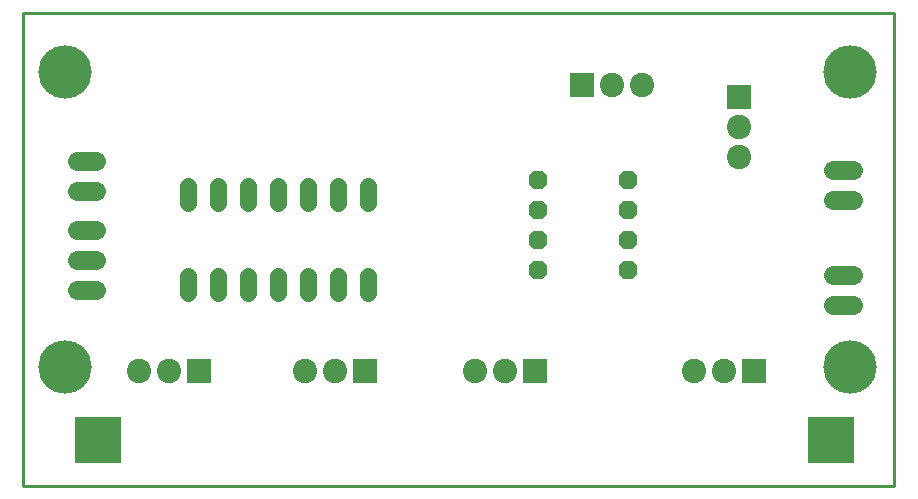
<source format=gtl>
G04 EAGLE Gerber RS-274X export*
G75*
%MOMM*%
%FSLAX34Y34*%
%LPD*%
%INTop Copper*%
%IPPOS*%
%AMOC8*
5,1,8,0,0,1.08239X$1,22.5*%
G01*
%ADD10C,1.422400*%
%ADD11P,1.732040X8X112.500000*%
%ADD12C,1.625600*%
%ADD13C,2.057400*%
%ADD14R,2.057400X2.057400*%
%ADD15R,4.016000X4.016000*%
%ADD16C,4.516000*%
%ADD17C,0.254000*%


D10*
X139740Y163268D02*
X139740Y177492D01*
X165140Y177492D02*
X165140Y163268D01*
X292140Y163268D02*
X292140Y177492D01*
X292140Y239468D02*
X292140Y253692D01*
X190540Y177492D02*
X190540Y163268D01*
X215940Y163268D02*
X215940Y177492D01*
X266740Y177492D02*
X266740Y163268D01*
X241340Y163268D02*
X241340Y177492D01*
X266740Y239468D02*
X266740Y253692D01*
X241340Y253692D02*
X241340Y239468D01*
X215940Y239468D02*
X215940Y253692D01*
X190540Y253692D02*
X190540Y239468D01*
X165140Y239468D02*
X165140Y253692D01*
X139740Y253692D02*
X139740Y239468D01*
D11*
X512180Y182510D03*
X512180Y207910D03*
X435980Y258710D03*
X435980Y233310D03*
X512180Y233310D03*
X512180Y258710D03*
X435980Y207910D03*
X435980Y182510D03*
D12*
X61668Y165300D02*
X45412Y165300D01*
X45412Y190700D02*
X61668Y190700D01*
X61668Y216100D02*
X45412Y216100D01*
D13*
X98100Y96720D03*
X123500Y96720D03*
D14*
X148900Y96720D03*
D13*
X382100Y96720D03*
X407500Y96720D03*
D14*
X432900Y96720D03*
D13*
X238100Y96720D03*
X263500Y96720D03*
D14*
X288900Y96720D03*
D13*
X568100Y96720D03*
X593500Y96720D03*
D14*
X618900Y96720D03*
D12*
X61668Y274520D02*
X45412Y274520D01*
X45412Y249120D02*
X61668Y249120D01*
X685872Y267450D02*
X702128Y267450D01*
X702128Y242050D02*
X685872Y242050D01*
X685872Y152790D02*
X702128Y152790D01*
X702128Y178190D02*
X685872Y178190D01*
D13*
X524150Y339000D03*
X498750Y339000D03*
D14*
X473350Y339000D03*
D13*
X605500Y278350D03*
X605500Y303750D03*
D14*
X605500Y329150D03*
D15*
X63500Y38660D03*
X683500Y38660D03*
D16*
X35000Y350000D03*
X700000Y350000D03*
X35000Y100000D03*
X700000Y100000D03*
D17*
X0Y0D02*
X737500Y0D01*
X737500Y400000D01*
X0Y400000D01*
X0Y0D01*
M02*

</source>
